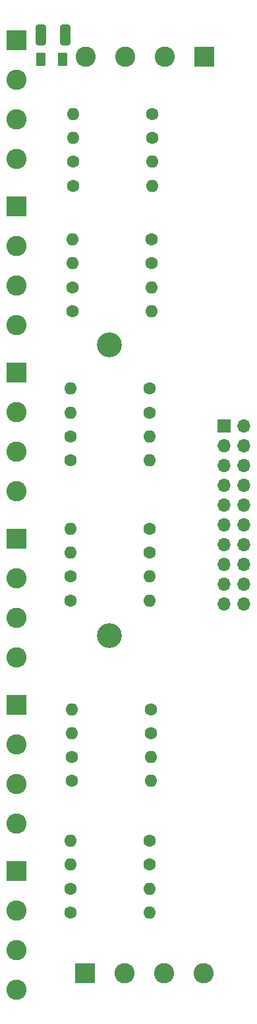
<source format=gbs>
G04 #@! TF.GenerationSoftware,KiCad,Pcbnew,(6.0.6)*
G04 #@! TF.CreationDate,2022-08-29T10:44:39+02:00*
G04 #@! TF.ProjectId,lem-adapter-board,6c656d2d-6164-4617-9074-65722d626f61,rev?*
G04 #@! TF.SameCoordinates,Original*
G04 #@! TF.FileFunction,Soldermask,Bot*
G04 #@! TF.FilePolarity,Negative*
%FSLAX46Y46*%
G04 Gerber Fmt 4.6, Leading zero omitted, Abs format (unit mm)*
G04 Created by KiCad (PCBNEW (6.0.6)) date 2022-08-29 10:44:39*
%MOMM*%
%LPD*%
G01*
G04 APERTURE LIST*
G04 Aperture macros list*
%AMRoundRect*
0 Rectangle with rounded corners*
0 $1 Rounding radius*
0 $2 $3 $4 $5 $6 $7 $8 $9 X,Y pos of 4 corners*
0 Add a 4 corners polygon primitive as box body*
4,1,4,$2,$3,$4,$5,$6,$7,$8,$9,$2,$3,0*
0 Add four circle primitives for the rounded corners*
1,1,$1+$1,$2,$3*
1,1,$1+$1,$4,$5*
1,1,$1+$1,$6,$7*
1,1,$1+$1,$8,$9*
0 Add four rect primitives between the rounded corners*
20,1,$1+$1,$2,$3,$4,$5,0*
20,1,$1+$1,$4,$5,$6,$7,0*
20,1,$1+$1,$6,$7,$8,$9,0*
20,1,$1+$1,$8,$9,$2,$3,0*%
G04 Aperture macros list end*
%ADD10C,1.600000*%
%ADD11O,1.600000X1.600000*%
%ADD12R,2.600000X2.600000*%
%ADD13C,2.600000*%
%ADD14C,3.200000*%
%ADD15R,1.700000X1.700000*%
%ADD16O,1.700000X1.700000*%
%ADD17RoundRect,0.250000X0.400000X1.075000X-0.400000X1.075000X-0.400000X-1.075000X0.400000X-1.075000X0*%
%ADD18RoundRect,0.250000X0.375000X0.625000X-0.375000X0.625000X-0.375000X-0.625000X0.375000X-0.625000X0*%
G04 APERTURE END LIST*
D10*
X48599600Y-67538600D03*
D11*
X58759600Y-67538600D03*
D10*
X48793400Y-48361600D03*
D11*
X58953400Y-48361600D03*
D10*
X58708800Y-119430800D03*
D11*
X48548800Y-119430800D03*
D12*
X65760600Y-18719600D03*
D13*
X60680600Y-18719600D03*
X55600600Y-18719600D03*
X50520600Y-18719600D03*
D10*
X48945800Y-35331400D03*
D11*
X59105800Y-35331400D03*
D10*
X48717200Y-111760000D03*
D11*
X58877200Y-111760000D03*
D10*
X58699400Y-79349600D03*
D11*
X48539400Y-79349600D03*
D10*
X58877200Y-102539800D03*
D11*
X48717200Y-102539800D03*
D14*
X53568600Y-55727600D03*
D10*
X48539400Y-88620600D03*
D11*
X58699400Y-88620600D03*
D15*
X68340200Y-66167000D03*
D16*
X70880200Y-66167000D03*
X68340200Y-68707000D03*
X70880200Y-68707000D03*
X68340200Y-71247000D03*
X70880200Y-71247000D03*
X68340200Y-73787000D03*
X70880200Y-73787000D03*
X68340200Y-76327000D03*
X70880200Y-76327000D03*
X68340200Y-78867000D03*
X70880200Y-78867000D03*
X68340200Y-81407000D03*
X70880200Y-81407000D03*
X68340200Y-83947000D03*
X70880200Y-83947000D03*
X68340200Y-86487000D03*
X70880200Y-86487000D03*
X68340200Y-89027000D03*
X70880200Y-89027000D03*
D10*
X48539400Y-85496400D03*
D11*
X58699400Y-85496400D03*
D10*
X48558200Y-128651000D03*
D11*
X58718200Y-128651000D03*
D10*
X58699400Y-82423000D03*
D11*
X48539400Y-82423000D03*
D10*
X48793400Y-51435000D03*
D11*
X58953400Y-51435000D03*
D12*
X41605200Y-16671800D03*
D13*
X41605200Y-21751800D03*
X41605200Y-26831800D03*
X41605200Y-31911800D03*
D12*
X41605200Y-80645000D03*
D13*
X41605200Y-85725000D03*
X41605200Y-90805000D03*
X41605200Y-95885000D03*
D12*
X41605200Y-123291600D03*
D13*
X41605200Y-128371600D03*
X41605200Y-133451600D03*
X41605200Y-138531600D03*
D12*
X50469800Y-136474200D03*
D13*
X55549800Y-136474200D03*
X60629800Y-136474200D03*
X65709800Y-136474200D03*
D10*
X58759600Y-61366400D03*
D11*
X48599600Y-61366400D03*
D12*
X41605200Y-101981000D03*
D13*
X41605200Y-107061000D03*
X41605200Y-112141000D03*
X41605200Y-117221000D03*
D10*
X59105800Y-26111200D03*
D11*
X48945800Y-26111200D03*
D10*
X48717200Y-108686600D03*
D11*
X58877200Y-108686600D03*
D10*
X58708800Y-122504200D03*
D11*
X48548800Y-122504200D03*
D10*
X58877200Y-105638600D03*
D11*
X48717200Y-105638600D03*
D10*
X58953400Y-42189400D03*
D11*
X48793400Y-42189400D03*
D10*
X58953400Y-45262800D03*
D11*
X48793400Y-45262800D03*
D12*
X41605400Y-37982400D03*
D13*
X41605400Y-43062400D03*
X41605400Y-48142400D03*
X41605400Y-53222400D03*
D10*
X59105800Y-29184600D03*
D11*
X48945800Y-29184600D03*
D10*
X48945800Y-32258000D03*
D11*
X59105800Y-32258000D03*
D10*
X48607000Y-70612000D03*
D11*
X58767000Y-70612000D03*
D14*
X53568600Y-93091000D03*
D10*
X48548800Y-125577600D03*
D11*
X58708800Y-125577600D03*
D12*
X41605200Y-59318400D03*
D13*
X41605200Y-64398400D03*
X41605200Y-69478400D03*
X41605200Y-74558400D03*
D10*
X58759600Y-64439800D03*
D11*
X48599600Y-64439800D03*
D17*
X47905000Y-15951200D03*
X44805000Y-15951200D03*
D18*
X47577200Y-19075400D03*
X44777200Y-19075400D03*
M02*

</source>
